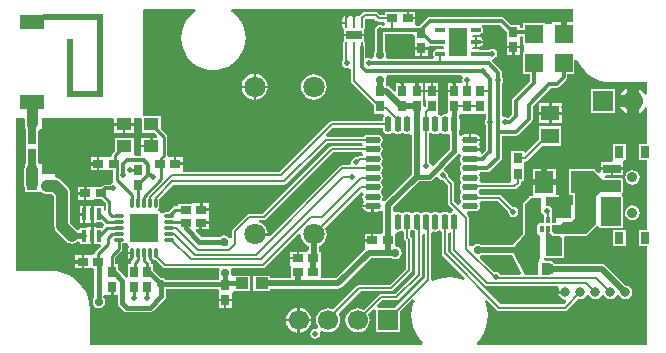
<source format=gtl>
%FSLAX24Y24*%
%MOIN*%
G70*
G01*
G75*
G04 Layer_Physical_Order=1*
G04 Layer_Color=255*
%ADD10R,0.0787X0.0492*%
%ADD11O,0.0098X0.0335*%
%ADD12R,0.0532X0.0256*%
%ADD13O,0.0354X0.0157*%
%ADD14R,0.0591X0.0945*%
%ADD15O,0.0354X0.0110*%
%ADD16O,0.0110X0.0354*%
%ADD17R,0.0945X0.0945*%
%ADD18R,0.0591X0.0748*%
%ADD19R,0.0591X0.0591*%
%ADD20R,0.0433X0.0394*%
%ADD21R,0.0276X0.0354*%
%ADD22R,0.0354X0.0276*%
%ADD23R,0.0118X0.0193*%
%ADD24R,0.0118X0.0205*%
%ADD25R,0.0512X0.0591*%
%ADD26C,0.0394*%
%ADD27R,0.0236X0.0394*%
%ADD28R,0.0591X0.0512*%
%ADD29O,0.0532X0.0217*%
%ADD30O,0.0217X0.0532*%
%ADD31R,0.0138X0.0394*%
%ADD32R,0.0512X0.0413*%
%ADD33R,0.0315X0.0394*%
%ADD34R,0.0591X0.0276*%
%ADD35C,0.0079*%
%ADD36C,0.0197*%
%ADD37C,0.0354*%
%ADD38C,0.0276*%
%ADD39C,0.0394*%
%ADD40C,0.0063*%
%ADD41C,0.0118*%
%ADD42C,0.0157*%
%ADD43C,0.0100*%
%ADD44R,0.0787X0.0492*%
%ADD45R,0.1811X0.0197*%
%ADD46R,0.0197X0.2589*%
%ADD47R,0.1004X0.0197*%
%ADD48R,0.0197X0.1969*%
%ADD49C,0.0669*%
%ADD50R,0.0669X0.0669*%
%ADD51C,0.0315*%
%ADD52C,0.0709*%
%ADD53C,0.0197*%
%ADD54C,0.0276*%
%ADD55C,0.0236*%
%ADD56C,0.0354*%
G36*
X11683Y-6240D02*
X11699Y-6275D01*
X11676Y-6310D01*
X11662Y-6378D01*
X11676Y-6446D01*
X11693Y-6472D01*
X11706Y-6558D01*
X11664Y-6620D01*
X11658Y-6654D01*
X11998D01*
Y-6693D01*
X12037D01*
Y-6884D01*
X12156D01*
X12228Y-6869D01*
X12272Y-6840D01*
X12335Y-6862D01*
X12351Y-6875D01*
Y-7007D01*
X12341Y-7057D01*
Y-7372D01*
X12351Y-7423D01*
Y-7563D01*
X12350Y-7566D01*
X12272Y-7623D01*
X12244Y-7618D01*
X12232D01*
X12182Y-7618D01*
X12028D01*
Y-7835D01*
X11988D01*
Y-7874D01*
X11732D01*
Y-8047D01*
X11732Y-8051D01*
X11732Y-8051D01*
X11750Y-8124D01*
X11750Y-8130D01*
X10777Y-9103D01*
X10342D01*
X10264Y-9102D01*
Y-8693D01*
X10264D01*
Y-8630D01*
X10264D01*
Y-8220D01*
X10208D01*
Y-8024D01*
X10252Y-8006D01*
X10340Y-7938D01*
X10407Y-7850D01*
X10450Y-7748D01*
X10464Y-7638D01*
X10450Y-7528D01*
X10407Y-7425D01*
X10406Y-7424D01*
X11603Y-6228D01*
X11683Y-6240D01*
D02*
G37*
G36*
X19675Y-5827D02*
X20276D01*
Y-6211D01*
X19596D01*
X19439Y-6368D01*
Y-7283D01*
X19114Y-7608D01*
X18071D01*
X17972Y-7510D01*
Y-7333D01*
X17992Y-7313D01*
X18258D01*
X18337Y-7234D01*
X18602D01*
X18750Y-7087D01*
Y-5787D01*
X18612Y-5650D01*
Y-5522D01*
X19370D01*
X19675Y-5827D01*
D02*
G37*
G36*
X15777Y-3792D02*
X15750Y-3833D01*
X15737Y-3898D01*
X15750Y-3962D01*
X15777Y-4003D01*
Y-4831D01*
X15676Y-4932D01*
X15669Y-4937D01*
X15659Y-4947D01*
X15631Y-4942D01*
X15616Y-4923D01*
X15584Y-4853D01*
X15586Y-4843D01*
X15246D01*
Y-4764D01*
X15586D01*
X15580Y-4730D01*
X15538Y-4668D01*
Y-4623D01*
X15580Y-4561D01*
X15586Y-4528D01*
X15246D01*
Y-4488D01*
X15207D01*
Y-4298D01*
X15089D01*
X15016Y-4312D01*
X14954Y-4353D01*
X14952Y-4356D01*
X14873Y-4333D01*
Y-4217D01*
X14889Y-4192D01*
X14903Y-4124D01*
Y-3809D01*
X14889Y-3741D01*
X14873Y-3716D01*
Y-3665D01*
X14929Y-3610D01*
X14953D01*
Y-3610D01*
X15362D01*
Y-3610D01*
X15386D01*
Y-3610D01*
X15777D01*
Y-3792D01*
D02*
G37*
G36*
X11668Y-4675D02*
X11645Y-4703D01*
X10630D01*
X10592Y-4710D01*
X10559Y-4732D01*
X8344Y-6947D01*
X7874D01*
X7836Y-6955D01*
X7803Y-6976D01*
X7331Y-7449D01*
X7309Y-7481D01*
X7301Y-7520D01*
Y-7744D01*
X7222Y-7768D01*
X7195Y-7726D01*
X7127Y-7681D01*
X7047Y-7665D01*
X6967Y-7681D01*
X6901Y-7725D01*
X6282D01*
X6096Y-7539D01*
X6128Y-7461D01*
X6240D01*
Y-7244D01*
X6280D01*
Y-7205D01*
X6535D01*
Y-7106D01*
X6535Y-7028D01*
Y-7028D01*
X6535Y-6949D01*
Y-6850D01*
X6280D01*
Y-6811D01*
X6240D01*
Y-6594D01*
X6086D01*
X6036Y-6594D01*
X6024D01*
X5950Y-6606D01*
X5945D01*
X5524D01*
Y-6692D01*
X5423D01*
X5378Y-6701D01*
X5339Y-6727D01*
X5163Y-6903D01*
X5085D01*
X5037Y-6913D01*
X5000Y-6937D01*
X4981Y-6933D01*
X4921Y-6911D01*
Y-6870D01*
X4881D01*
X4858Y-6811D01*
X4854Y-6791D01*
X4879Y-6754D01*
X4888Y-6707D01*
Y-6463D01*
X4884Y-6444D01*
X5354Y-5975D01*
X9055D01*
X9097Y-5966D01*
X9132Y-5943D01*
X10478Y-4597D01*
X11631D01*
X11668Y-4675D01*
D02*
G37*
G36*
X18830Y-1866D02*
X18936Y-2039D01*
X19067Y-2193D01*
X19221Y-2324D01*
X19394Y-2430D01*
X19581Y-2508D01*
X19778Y-2555D01*
X19980Y-2571D01*
Y-2569D01*
X19980Y-2569D01*
X21151D01*
Y-2964D01*
X21073Y-2980D01*
X21065Y-2961D01*
X20992Y-2866D01*
X20898Y-2793D01*
X20866Y-2780D01*
Y-3189D01*
Y-3598D01*
X20898Y-3584D01*
X20992Y-3512D01*
X21065Y-3417D01*
X21073Y-3398D01*
X21151Y-3414D01*
Y-4628D01*
X20868D01*
Y-5156D01*
X21151D01*
Y-7502D01*
X20868D01*
Y-8030D01*
X21151D01*
Y-11309D01*
X15492D01*
X15472Y-11256D01*
X15469Y-11230D01*
X15596Y-11082D01*
X15700Y-10912D01*
X15776Y-10728D01*
X15823Y-10534D01*
X15839Y-10335D01*
X15823Y-10136D01*
X15776Y-9942D01*
X15746Y-9869D01*
X15813Y-9825D01*
X16144Y-10155D01*
X16144Y-10155D01*
X16179Y-10179D01*
X16220Y-10187D01*
X16220Y-10187D01*
X18413D01*
X18455Y-10179D01*
X18490Y-10155D01*
X18862Y-9783D01*
X18925Y-9796D01*
X19013Y-9778D01*
X19087Y-9729D01*
X19134Y-9658D01*
X19159Y-9654D01*
X19192D01*
X19216Y-9658D01*
X19263Y-9729D01*
X19338Y-9778D01*
X19425Y-9796D01*
X19513Y-9778D01*
X19587Y-9729D01*
X19634Y-9658D01*
X19659Y-9654D01*
X19692D01*
X19716Y-9658D01*
X19763Y-9729D01*
X19838Y-9778D01*
X19925Y-9796D01*
X20013Y-9778D01*
X20087Y-9729D01*
X20134Y-9658D01*
X20159Y-9654D01*
X20192D01*
X20216Y-9658D01*
X20263Y-9729D01*
X20338Y-9778D01*
X20425Y-9796D01*
X20513Y-9778D01*
X20587Y-9729D01*
X20637Y-9654D01*
X20654Y-9567D01*
X20637Y-9479D01*
X20587Y-9405D01*
X20513Y-9356D01*
X20437Y-9341D01*
X19757Y-8660D01*
X19702Y-8624D01*
X19638Y-8611D01*
X18077D01*
X18062Y-8591D01*
X18007Y-8549D01*
X17943Y-8523D01*
X17941Y-8522D01*
Y-8516D01*
X17874Y-8513D01*
X17863Y-8515D01*
X17863Y-8515D01*
X17784Y-8516D01*
X17753D01*
X17710Y-8472D01*
X17700Y-8437D01*
X17708Y-8427D01*
X17748Y-8433D01*
D01*
X17776Y-8434D01*
X17776D01*
X17835D01*
X17841Y-8433D01*
X18394D01*
Y-8097D01*
X18395Y-8091D01*
Y-7776D01*
X18394Y-7769D01*
Y-7709D01*
X18459Y-7677D01*
X19114D01*
X19140Y-7671D01*
X19162Y-7657D01*
X19461Y-7358D01*
X19468Y-7357D01*
X19541Y-7378D01*
X19545Y-7382D01*
X19558Y-7401D01*
X19580Y-7415D01*
X19606Y-7421D01*
X20227D01*
X20266Y-7421D01*
X20283Y-7420D01*
X20305Y-7419D01*
X20305D01*
X20305D01*
Y-7419D01*
X20333D01*
X20334Y-7352D01*
X20334Y-7341D01*
D01*
X20334Y-6938D01*
X20335Y-6938D01*
X20339Y-6937D01*
X20339D01*
X20340Y-6937D01*
X20399Y-6931D01*
X20405Y-6931D01*
X20411Y-6930D01*
X20412Y-6930D01*
X20424Y-6985D01*
X20424Y-6986D01*
Y-6986D01*
X20430Y-7015D01*
X20483Y-7095D01*
X20564Y-7149D01*
X20659Y-7168D01*
X20755Y-7149D01*
X20835Y-7095D01*
X20889Y-7015D01*
X20908Y-6919D01*
X20889Y-6824D01*
X20835Y-6743D01*
X20755Y-6689D01*
X20659Y-6670D01*
X20564Y-6689D01*
X20483Y-6743D01*
X20430Y-6824D01*
X20423Y-6857D01*
Y-6857D01*
X20422Y-6860D01*
X20409Y-6914D01*
X20408Y-6913D01*
X20392Y-6913D01*
X20345Y-6910D01*
X20336Y-6907D01*
X20334Y-6896D01*
X20334Y-6539D01*
X20337Y-6526D01*
X20334Y-6512D01*
Y-6388D01*
X20329Y-6362D01*
X20320Y-6349D01*
X20315Y-6329D01*
X20324Y-6259D01*
X20324Y-6259D01*
X20339Y-6237D01*
X20344Y-6211D01*
Y-5827D01*
X20339Y-5801D01*
X20324Y-5779D01*
X20302Y-5764D01*
X20276Y-5759D01*
X19751D01*
X19737Y-5738D01*
X19778Y-5659D01*
X19931D01*
Y-5482D01*
X19596D01*
Y-5549D01*
X19524Y-5579D01*
X19418Y-5473D01*
X19396Y-5459D01*
X19370Y-5453D01*
X18612D01*
X18606Y-5455D01*
X18545D01*
Y-5515D01*
X18544Y-5522D01*
Y-5650D01*
X18545Y-5656D01*
Y-6337D01*
X18682D01*
Y-6585D01*
X18681Y-6663D01*
X18602D01*
Y-7096D01*
X18199D01*
X18189Y-7087D01*
X17972D01*
Y-6742D01*
X17923Y-6693D01*
X17795D01*
X17795Y-6398D01*
X18228Y-6398D01*
Y-6339D01*
X18100D01*
Y-5935D01*
X17352D01*
Y-6348D01*
X17285Y-6349D01*
X17283Y-6349D01*
X17277Y-6350D01*
X17274Y-6350D01*
X17217D01*
Y-6388D01*
X17019Y-6586D01*
X17004Y-6608D01*
X16999Y-6634D01*
X16999Y-7613D01*
X16695Y-7981D01*
X15628D01*
X15592Y-7957D01*
X15512Y-7941D01*
X15432Y-7957D01*
X15364Y-8002D01*
X15359Y-8010D01*
X15260Y-8029D01*
X15226Y-8004D01*
Y-7087D01*
X15218Y-7045D01*
X15195Y-7010D01*
X15135Y-6950D01*
X15168Y-6872D01*
X15404D01*
X15472Y-6858D01*
X15530Y-6819D01*
X15569Y-6761D01*
X15582Y-6693D01*
X15569Y-6625D01*
X15555Y-6604D01*
X15597Y-6526D01*
X16176D01*
X16527Y-6877D01*
X16524Y-6890D01*
X16537Y-6954D01*
X16574Y-7009D01*
X16628Y-7046D01*
X16693Y-7058D01*
X16757Y-7046D01*
X16812Y-7009D01*
X16849Y-6954D01*
X16862Y-6890D01*
X16849Y-6825D01*
X16812Y-6771D01*
X16757Y-6734D01*
X16693Y-6721D01*
X16680Y-6724D01*
X16297Y-6341D01*
X16262Y-6317D01*
X16220Y-6309D01*
X15568D01*
X15530Y-6252D01*
Y-6195D01*
X15582Y-6132D01*
X16722D01*
X16764Y-6124D01*
X16799Y-6100D01*
X16907Y-5992D01*
X16907Y-5992D01*
X16931Y-5957D01*
X16939Y-5915D01*
X16986Y-5854D01*
X17035D01*
Y-5421D01*
X17035Y-5366D01*
Y-5354D01*
Y-5343D01*
X17035Y-5287D01*
Y-5207D01*
X17077D01*
X17118Y-5199D01*
X17153Y-5175D01*
X17655Y-4673D01*
X18285D01*
Y-4028D01*
X17561D01*
Y-4461D01*
X17108Y-4914D01*
X17035Y-4884D01*
Y-4854D01*
X16626D01*
Y-5287D01*
X16626Y-5343D01*
Y-5354D01*
Y-5366D01*
X16626Y-5421D01*
Y-5854D01*
X16583Y-5915D01*
X15597D01*
X15555Y-5836D01*
X15569Y-5816D01*
X15582Y-5748D01*
X15569Y-5680D01*
X15542Y-5640D01*
X15565Y-5577D01*
X15577Y-5562D01*
X15827D01*
X15876Y-5552D01*
X15918Y-5524D01*
X16272Y-5170D01*
X16300Y-5128D01*
X16310Y-5079D01*
Y-4341D01*
X16791D01*
X16840Y-4331D01*
X16882Y-4303D01*
X17296Y-3890D01*
X17323Y-3848D01*
X17333Y-3799D01*
Y-3360D01*
X17947Y-2747D01*
X18130D01*
X18179Y-2737D01*
X18221Y-2709D01*
X18457Y-2473D01*
X18485Y-2431D01*
X18495Y-2382D01*
Y-2291D01*
X18728D01*
Y-1827D01*
X18807Y-1811D01*
X18830Y-1866D01*
D02*
G37*
G36*
X17894Y-7579D02*
X18012Y-7697D01*
X18248Y-7697D01*
X18327Y-7776D01*
Y-8091D01*
X18110D01*
X17835Y-8366D01*
X17776D01*
Y-7352D01*
X17894D01*
X17894Y-7579D01*
D02*
G37*
G36*
X1476Y-3740D02*
X3330Y-3740D01*
X3386Y-3796D01*
Y-3927D01*
X4055D01*
Y-3740D01*
X4247D01*
X4303Y-3796D01*
Y-4240D01*
X4731D01*
X4828Y-4337D01*
X4797Y-4409D01*
X4665D01*
Y-4695D01*
X4626D01*
Y-4734D01*
X4291D01*
Y-4980D01*
X4233Y-5029D01*
X4087D01*
X4043Y-4969D01*
Y-4421D01*
X3398D01*
Y-4849D01*
X3341Y-4906D01*
X3315Y-4945D01*
X3306Y-4990D01*
Y-5015D01*
X3250Y-5071D01*
X3189D01*
X3184D01*
X3110Y-5059D01*
X3098D01*
X3048Y-5059D01*
X2894D01*
Y-5276D01*
Y-5492D01*
X3048D01*
X3098Y-5492D01*
X3110D01*
X3184Y-5480D01*
X3189D01*
X3345D01*
Y-5827D01*
X3352Y-5859D01*
X3351Y-5862D01*
X3335Y-5900D01*
X3306Y-5942D01*
X3282Y-5947D01*
X3241Y-5974D01*
X3091D01*
X3041Y-5984D01*
X3000Y-6012D01*
X2956Y-6055D01*
X2756D01*
X2751D01*
X2677Y-6043D01*
X2665D01*
X2615Y-6043D01*
X2461D01*
Y-6260D01*
Y-6476D01*
X2615D01*
X2665Y-6476D01*
X2677D01*
X2751Y-6465D01*
X2756D01*
X2969D01*
X3109Y-6604D01*
Y-6813D01*
X3030Y-6857D01*
X3030Y-6856D01*
Y-6705D01*
X2785D01*
Y-6693D01*
X2677D01*
Y-6969D01*
Y-7244D01*
X2785D01*
Y-7232D01*
X2989D01*
X3025Y-7269D01*
X3057Y-7323D01*
X3025Y-7377D01*
X2989Y-7413D01*
X2785D01*
Y-7402D01*
X2677D01*
Y-7677D01*
Y-7953D01*
X2785D01*
Y-7941D01*
X2921D01*
X2953Y-8020D01*
X2770Y-8203D01*
X2744Y-8242D01*
X2735Y-8287D01*
X2730Y-8292D01*
X2721Y-8300D01*
X2656Y-8336D01*
X2598Y-8327D01*
X2586D01*
X2536Y-8327D01*
X2382D01*
Y-8543D01*
Y-8760D01*
X2536D01*
X2586Y-8760D01*
X2598D01*
X2647Y-8752D01*
X2713Y-8793D01*
X2725Y-8807D01*
Y-9736D01*
X2681Y-9802D01*
X2665Y-9882D01*
X2681Y-9962D01*
X2726Y-10029D01*
X2794Y-10075D01*
X2874Y-10091D01*
X2954Y-10075D01*
X3022Y-10029D01*
X3067Y-9962D01*
X3083Y-9882D01*
X3067Y-9802D01*
X3028Y-9745D01*
X3045Y-9663D01*
X3091Y-9646D01*
Y-9646D01*
X3268D01*
Y-9390D01*
X3346D01*
Y-9646D01*
X3513D01*
Y-9921D01*
X3513Y-9921D01*
X3524Y-9978D01*
X3556Y-10026D01*
X3714Y-10184D01*
X3714Y-10184D01*
X3762Y-10216D01*
X3819Y-10227D01*
X4567D01*
X4567Y-10227D01*
X4624Y-10216D01*
X4672Y-10184D01*
X5066Y-9790D01*
X5098Y-9742D01*
X5109Y-9685D01*
X5109Y-9685D01*
Y-9440D01*
X6823D01*
X6837Y-9452D01*
X6878Y-9519D01*
X6870Y-9567D01*
Y-9579D01*
X6870Y-9629D01*
Y-9783D01*
X7303D01*
Y-9629D01*
X7303Y-9593D01*
X7344Y-9548D01*
X7369Y-9535D01*
X7921D01*
Y-9008D01*
X7362D01*
X7286Y-8982D01*
X7295Y-8937D01*
X7279Y-8857D01*
X7268Y-8841D01*
X7310Y-8762D01*
X8346D01*
X8385Y-8754D01*
X8417Y-8732D01*
X9539Y-7611D01*
X9593Y-7630D01*
X9616Y-7646D01*
X9629Y-7748D01*
X9671Y-7850D01*
X9739Y-7938D01*
X9827Y-8006D01*
X9871Y-8024D01*
Y-8153D01*
X9869Y-8157D01*
X9792Y-8213D01*
X9764Y-8209D01*
X9752D01*
X9702Y-8209D01*
X9547D01*
Y-8425D01*
X9508D01*
Y-8465D01*
X9252D01*
Y-8619D01*
X9252Y-8641D01*
Y-8642D01*
X9264Y-8716D01*
Y-8720D01*
Y-9102D01*
X9185Y-9103D01*
X8591D01*
Y-9008D01*
X8024D01*
Y-9535D01*
X8591D01*
Y-9440D01*
X10846D01*
X10911Y-9427D01*
X10966Y-9391D01*
X11940Y-8417D01*
X12640D01*
X12676Y-8441D01*
X12756Y-8457D01*
X12836Y-8441D01*
X12903Y-8396D01*
X12949Y-8328D01*
X12965Y-8248D01*
X12949Y-8168D01*
X12903Y-8100D01*
X12836Y-8055D01*
X12818Y-8052D01*
X12756Y-8039D01*
X12744Y-7963D01*
Y-7630D01*
X12744D01*
X12743Y-7609D01*
X12819Y-7548D01*
X12835Y-7551D01*
X12903Y-7537D01*
X12939Y-7513D01*
X12967Y-7508D01*
X13041Y-7569D01*
Y-7746D01*
X13049Y-7788D01*
X13073Y-7823D01*
X13100Y-7850D01*
Y-8784D01*
X12573Y-9311D01*
X11551D01*
X11510Y-9319D01*
X11474Y-9343D01*
X10683Y-10134D01*
X10621Y-10109D01*
X10516Y-10095D01*
X10411Y-10109D01*
X10313Y-10149D01*
X10229Y-10214D01*
X10165Y-10297D01*
X10125Y-10395D01*
X10111Y-10500D01*
X10125Y-10605D01*
X10165Y-10703D01*
X10176Y-10717D01*
X10128Y-10784D01*
X10089Y-10776D01*
X10024Y-10789D01*
X9969Y-10826D01*
X9933Y-10880D01*
X9920Y-10945D01*
X9933Y-11009D01*
X9969Y-11064D01*
X10024Y-11101D01*
X10089Y-11113D01*
X10153Y-11101D01*
X10208Y-11064D01*
X10244Y-11009D01*
X10257Y-10945D01*
X10248Y-10900D01*
X10305Y-10853D01*
X10313Y-10850D01*
X10313Y-10851D01*
X10411Y-10891D01*
X10516Y-10905D01*
X10621Y-10891D01*
X10718Y-10851D01*
X10802Y-10786D01*
X10867Y-10703D01*
X10907Y-10605D01*
X10921Y-10500D01*
X10907Y-10395D01*
X10867Y-10297D01*
X10849Y-10275D01*
X11596Y-9528D01*
X12618D01*
X12660Y-9519D01*
X12695Y-9496D01*
X13285Y-8905D01*
X13285Y-8905D01*
X13309Y-8870D01*
X13317Y-8829D01*
Y-7805D01*
X13309Y-7764D01*
X13285Y-7728D01*
X13285Y-7728D01*
X13258Y-7701D01*
Y-7520D01*
X13287Y-7498D01*
X13338D01*
X13396Y-7537D01*
X13425Y-7543D01*
Y-8941D01*
X12750Y-9616D01*
X12276D01*
X12234Y-9624D01*
X12199Y-9648D01*
X12199Y-9648D01*
X11699Y-10148D01*
X11605Y-10109D01*
X11500Y-10095D01*
X11395Y-10109D01*
X11297Y-10149D01*
X11214Y-10214D01*
X11149Y-10297D01*
X11109Y-10395D01*
X11095Y-10500D01*
X11109Y-10605D01*
X11149Y-10703D01*
X11214Y-10786D01*
X11297Y-10851D01*
X11395Y-10891D01*
X11500Y-10905D01*
X11605Y-10891D01*
X11703Y-10851D01*
X11786Y-10786D01*
X11851Y-10703D01*
X11891Y-10605D01*
X11905Y-10500D01*
X11891Y-10395D01*
X11852Y-10301D01*
X12020Y-10134D01*
X12098Y-10166D01*
Y-10902D01*
X12902D01*
Y-10232D01*
X13329Y-9804D01*
X13396Y-9849D01*
X13358Y-9942D01*
X13311Y-10136D01*
X13295Y-10335D01*
X13311Y-10534D01*
X13358Y-10728D01*
X13434Y-10912D01*
X13538Y-11082D01*
X13665Y-11230D01*
X13661Y-11256D01*
X13642Y-11309D01*
X2569D01*
Y-10138D01*
X2571D01*
X2555Y-9936D01*
X2508Y-9739D01*
X2430Y-9552D01*
X2324Y-9379D01*
X2193Y-9225D01*
X2039Y-9093D01*
X1866Y-8987D01*
X1679Y-8910D01*
X1482Y-8862D01*
X1280Y-8846D01*
Y-8848D01*
X1279Y-8848D01*
X108D01*
Y-3740D01*
X345D01*
X401Y-3796D01*
Y-3937D01*
X406Y-3961D01*
Y-4122D01*
X441D01*
Y-4449D01*
X445Y-4469D01*
Y-4693D01*
X445D01*
Y-4717D01*
X445D01*
Y-4940D01*
X441Y-4961D01*
Y-5287D01*
X406D01*
Y-5392D01*
X393Y-5423D01*
X384Y-5492D01*
Y-5965D01*
X393Y-6033D01*
X406Y-6065D01*
Y-6228D01*
X632D01*
X650Y-6231D01*
X650D01*
X667Y-6228D01*
X894D01*
X894Y-6228D01*
X894D01*
X914D01*
X917Y-6228D01*
X940Y-6228D01*
X972Y-6228D01*
X980Y-6232D01*
X1028Y-6254D01*
X1039Y-6258D01*
X1093Y-6281D01*
X1161Y-6290D01*
X1307D01*
X1387Y-6370D01*
Y-7362D01*
X1397Y-7431D01*
X1423Y-7495D01*
X1465Y-7550D01*
X1780Y-7865D01*
X1835Y-7908D01*
X1900Y-7934D01*
X1969Y-7943D01*
X2037Y-7934D01*
X2102Y-7908D01*
X2157Y-7865D01*
X2232Y-7892D01*
X2246Y-7906D01*
Y-7941D01*
X2490D01*
Y-7953D01*
X2598D01*
Y-7677D01*
Y-7402D01*
X2490D01*
Y-7413D01*
X2246D01*
Y-7449D01*
X2232Y-7463D01*
X2157Y-7489D01*
X1920Y-7252D01*
Y-6260D01*
X1911Y-6191D01*
X1884Y-6127D01*
X1842Y-6072D01*
X1605Y-5835D01*
X1550Y-5793D01*
X1486Y-5767D01*
X1472Y-5765D01*
X1417Y-5709D01*
X1417D01*
Y-5630D01*
X984D01*
Y-5276D01*
X906D01*
X858Y-5216D01*
Y-4961D01*
X854Y-4940D01*
Y-4717D01*
X854D01*
Y-4693D01*
X854D01*
Y-4469D01*
X858Y-4449D01*
Y-4193D01*
X906Y-4134D01*
X965D01*
Y-3740D01*
X1476D01*
Y-3740D01*
D02*
G37*
G36*
X16488Y-882D02*
Y-1063D01*
Y-1068D01*
X16476Y-1142D01*
Y-1154D01*
X16476Y-1204D01*
Y-1358D01*
X16909D01*
Y-1204D01*
X16909Y-1154D01*
Y-1142D01*
X16902Y-1093D01*
X16942Y-1027D01*
X17020Y-1050D01*
Y-1307D01*
X17047D01*
Y-1567D01*
X17020D01*
Y-2291D01*
X17257D01*
Y-2522D01*
X16681Y-3098D01*
X16653Y-3140D01*
X16643Y-3189D01*
Y-3648D01*
X16522Y-3769D01*
X16482Y-3742D01*
X16417Y-3729D01*
X16388Y-3735D01*
X16310Y-3683D01*
Y-2586D01*
X16337Y-2545D01*
X16350Y-2480D01*
X16337Y-2416D01*
X16310Y-2375D01*
Y-2244D01*
X16300Y-2195D01*
X16272Y-2153D01*
X15977Y-1858D01*
X15979Y-1842D01*
X16003Y-1781D01*
X16005Y-1779D01*
X16049Y-1770D01*
X16103Y-1733D01*
X16140Y-1679D01*
X16153Y-1614D01*
X16140Y-1550D01*
X16103Y-1495D01*
X16049Y-1458D01*
X15984Y-1446D01*
X15920Y-1458D01*
X15879Y-1486D01*
X15605D01*
X15592Y-1477D01*
X15535Y-1466D01*
X15339D01*
X15305Y-1424D01*
X15308Y-1420D01*
X15362Y-1381D01*
X15398D01*
Y-1220D01*
Y-1060D01*
X15362D01*
X15308Y-1021D01*
X15305Y-1017D01*
X15339Y-975D01*
X15535D01*
X15592Y-964D01*
X15640Y-932D01*
X15673Y-884D01*
X15684Y-827D01*
X15673Y-770D01*
X15640Y-722D01*
X15636Y-719D01*
X15660Y-640D01*
X16246D01*
X16488Y-882D01*
D02*
G37*
G36*
X14899Y-4964D02*
X14919Y-4970D01*
X14940Y-5025D01*
X14924Y-5050D01*
X14910Y-5118D01*
X14924Y-5186D01*
X14962Y-5244D01*
Y-5307D01*
X14924Y-5365D01*
X14910Y-5433D01*
X14924Y-5501D01*
X14962Y-5559D01*
Y-5622D01*
X14924Y-5680D01*
X14910Y-5748D01*
X14924Y-5816D01*
X14962Y-5874D01*
Y-5937D01*
X14924Y-5995D01*
X14910Y-6063D01*
X14924Y-6131D01*
X14962Y-6189D01*
Y-6252D01*
X14924Y-6310D01*
X14910Y-6378D01*
X14924Y-6446D01*
X14962Y-6504D01*
Y-6567D01*
X14924Y-6625D01*
X14923Y-6627D01*
X14838Y-6653D01*
X14715Y-6530D01*
Y-5945D01*
X14706Y-5903D01*
X14683Y-5868D01*
X14497Y-5682D01*
X14499Y-5669D01*
X14486Y-5605D01*
X14450Y-5550D01*
X14401Y-5517D01*
X14394Y-5509D01*
X14377Y-5430D01*
X14829Y-4977D01*
X14829Y-4977D01*
X14840Y-4961D01*
X14899Y-4964D01*
D02*
G37*
G36*
X12341Y-4124D02*
X12355Y-4192D01*
X12393Y-4250D01*
X12451Y-4289D01*
X12520Y-4303D01*
X12588Y-4289D01*
X12646Y-4250D01*
X12708D01*
X12766Y-4289D01*
X12835Y-4303D01*
X12903Y-4289D01*
X12961Y-4250D01*
X13023D01*
X13081Y-4289D01*
X13150Y-4303D01*
X13218Y-4289D01*
X13296Y-4332D01*
Y-5639D01*
X12428Y-6507D01*
X12341Y-6514D01*
X12323Y-6508D01*
X12301Y-6485D01*
X12303Y-6472D01*
X12321Y-6446D01*
X12334Y-6378D01*
X12321Y-6310D01*
X12282Y-6252D01*
Y-6189D01*
X12321Y-6131D01*
X12334Y-6063D01*
X12321Y-5995D01*
X12282Y-5937D01*
Y-5874D01*
X12321Y-5816D01*
X12334Y-5748D01*
X12321Y-5680D01*
X12297Y-5644D01*
X12287Y-5591D01*
X12297Y-5537D01*
X12321Y-5501D01*
X12334Y-5433D01*
X12321Y-5365D01*
X12297Y-5329D01*
X12287Y-5276D01*
X12297Y-5222D01*
X12321Y-5186D01*
X12334Y-5118D01*
X12321Y-5050D01*
X12282Y-4992D01*
Y-4929D01*
X12321Y-4872D01*
X12334Y-4803D01*
X12321Y-4735D01*
X12282Y-4677D01*
Y-4615D01*
X12321Y-4557D01*
X12334Y-4488D01*
X12321Y-4420D01*
X12282Y-4362D01*
X12224Y-4323D01*
X12156Y-4310D01*
X11841D01*
X11772Y-4323D01*
X11714Y-4362D01*
X11702Y-4380D01*
X10491D01*
X10459Y-4301D01*
X10685Y-4075D01*
X12341D01*
Y-4124D01*
D02*
G37*
G36*
X14171Y-5733D02*
X14179Y-5739D01*
X14211Y-5788D01*
X14266Y-5825D01*
X14331Y-5838D01*
X14343Y-5835D01*
X14498Y-5990D01*
Y-6575D01*
X14506Y-6616D01*
X14530Y-6651D01*
X14684Y-6806D01*
X14658Y-6892D01*
X14656Y-6892D01*
X14598Y-6931D01*
X14536D01*
X14478Y-6892D01*
X14409Y-6878D01*
X14341Y-6892D01*
X14283Y-6931D01*
X14221D01*
X14163Y-6892D01*
X14094Y-6878D01*
X14026Y-6892D01*
X13968Y-6931D01*
X13906D01*
X13848Y-6892D01*
X13780Y-6878D01*
X13711Y-6892D01*
X13653Y-6931D01*
X13591D01*
X13533Y-6892D01*
X13465Y-6878D01*
X13396Y-6892D01*
X13338Y-6931D01*
X13276D01*
X13218Y-6892D01*
X13150Y-6878D01*
X13081Y-6892D01*
X13023Y-6931D01*
X12961D01*
X12903Y-6892D01*
X12835Y-6878D01*
X12766Y-6892D01*
X12688Y-6849D01*
Y-6723D01*
X13554Y-5857D01*
X13888D01*
X13888Y-5857D01*
X13945Y-5846D01*
X13993Y-5814D01*
X14091Y-5715D01*
X14171Y-5733D01*
D02*
G37*
G36*
X11680Y-4982D02*
X11646Y-5018D01*
X11575D01*
X11536Y-5025D01*
X11504Y-5047D01*
X11479Y-5072D01*
X11457Y-5068D01*
X11392Y-5080D01*
X11337Y-5117D01*
X11301Y-5172D01*
X11288Y-5236D01*
X11292Y-5254D01*
X11235Y-5333D01*
X10984D01*
X10946Y-5340D01*
X10913Y-5362D01*
X8579Y-7696D01*
X8541Y-7677D01*
X8071D01*
Y-7598D01*
X8502D01*
X8493Y-7525D01*
X8449Y-7419D01*
X8380Y-7329D01*
X8289Y-7260D01*
X8209Y-7226D01*
X8225Y-7148D01*
X8386D01*
X8424Y-7140D01*
X8457Y-7118D01*
X10671Y-4904D01*
X11646D01*
X11680Y-4982D01*
D02*
G37*
G36*
X14301Y-7565D02*
Y-8268D01*
X14309Y-8309D01*
X14333Y-8344D01*
X15077Y-9089D01*
X15032Y-9155D01*
X14960Y-9125D01*
X14766Y-9079D01*
X14567Y-9063D01*
X14368Y-9079D01*
X14174Y-9125D01*
X14018Y-9190D01*
X13954Y-9147D01*
X13947Y-9135D01*
Y-7579D01*
X14026Y-7537D01*
X14026Y-7537D01*
X14094Y-7551D01*
X14163Y-7537D01*
X14221Y-7498D01*
X14231D01*
X14301Y-7565D01*
D02*
G37*
G36*
X20266Y-7352D02*
X19606D01*
X19606Y-6388D01*
X20266D01*
X20266Y-7352D01*
D02*
G37*
G36*
X14341Y-4289D02*
X14409Y-4303D01*
X14478Y-4289D01*
X14497Y-4276D01*
X14576Y-4318D01*
Y-4811D01*
X14022Y-5364D01*
X13942Y-5333D01*
X13935Y-5300D01*
X13899Y-5245D01*
X13888Y-5238D01*
Y-4272D01*
X13904Y-4260D01*
X13968Y-4250D01*
X14026Y-4289D01*
X14094Y-4303D01*
X14163Y-4289D01*
X14221Y-4250D01*
X14283D01*
X14341Y-4289D01*
D02*
G37*
G36*
X18691Y-571D02*
X17992D01*
Y-610D01*
X17744D01*
Y-583D01*
X17020D01*
Y-757D01*
X16898D01*
Y-642D01*
X16611D01*
X16390Y-421D01*
X16348Y-393D01*
X16299Y-383D01*
X13898D01*
X13848Y-393D01*
X13835Y-402D01*
X13807Y-421D01*
X13547Y-681D01*
X13491D01*
X13425Y-650D01*
X13425Y-617D01*
Y-602D01*
Y-472D01*
X13169D01*
Y-433D01*
X13130D01*
Y-217D01*
X12975D01*
X12925Y-217D01*
X12913D01*
X12840Y-228D01*
X12835D01*
X12413D01*
Y-325D01*
X12250D01*
X12183Y-258D01*
X12148Y-235D01*
X12106Y-226D01*
X11732D01*
X11732Y-226D01*
X11691Y-235D01*
X11656Y-258D01*
X11557Y-356D01*
X11556Y-359D01*
X11483Y-370D01*
X11466Y-369D01*
X11463Y-367D01*
X11428Y-344D01*
X11417Y-342D01*
Y-583D01*
X11339D01*
Y-342D01*
X11328Y-344D01*
X11286Y-372D01*
X11214D01*
X11172Y-344D01*
X11161Y-342D01*
Y-583D01*
X11122D01*
Y-622D01*
X10992D01*
Y-701D01*
X11002Y-751D01*
X11030Y-793D01*
X11033Y-795D01*
Y-945D01*
X11722D01*
Y-778D01*
X11722Y-778D01*
X11722D01*
X11736Y-757D01*
X11743Y-746D01*
X11750Y-710D01*
X11750Y-710D01*
X11751Y-709D01*
X11752Y-701D01*
Y-468D01*
X11777Y-443D01*
X12061D01*
X12128Y-510D01*
X12128Y-510D01*
X12163Y-533D01*
X12205Y-541D01*
X12205Y-541D01*
X12358D01*
X12413Y-597D01*
Y-638D01*
X12369Y-698D01*
X12349D01*
X12309Y-671D01*
X12244Y-658D01*
X12180Y-671D01*
X12125Y-708D01*
X12088Y-762D01*
X12076Y-827D01*
Y-1537D01*
X12051Y-1574D01*
X12035Y-1654D01*
X12049Y-1722D01*
X12042Y-1739D01*
X11954Y-1773D01*
X11890Y-1761D01*
X11841Y-1770D01*
X11786Y-1741D01*
X11762Y-1721D01*
Y-1386D01*
X11753Y-1337D01*
X11752Y-1336D01*
Y-1268D01*
X11752Y-1264D01*
X11750Y-1258D01*
X11750Y-1258D01*
X11743Y-1222D01*
X11723Y-1192D01*
Y-1192D01*
X11722Y-1119D01*
Y-1117D01*
Y-1024D01*
X11033D01*
Y-1191D01*
X11033Y-1191D01*
X11033D01*
X11020Y-1212D01*
X11013Y-1222D01*
X11006Y-1258D01*
X11006Y-1258D01*
X11005Y-1259D01*
X11004Y-1268D01*
Y-1504D01*
X11013Y-1549D01*
X11014Y-1551D01*
Y-1823D01*
X10986Y-1865D01*
X10973Y-1929D01*
X10986Y-1994D01*
X11023Y-2048D01*
X11077Y-2085D01*
X11142Y-2098D01*
X11191Y-2088D01*
X11245Y-2117D01*
X11270Y-2137D01*
Y-2510D01*
X11278Y-2551D01*
X11301Y-2586D01*
X12039Y-3325D01*
Y-3610D01*
X12360D01*
X12382Y-3658D01*
X12389Y-3689D01*
X12355Y-3741D01*
X12341Y-3809D01*
Y-3858D01*
X10640D01*
X10640Y-3858D01*
X10598Y-3866D01*
X10563Y-3890D01*
X10563Y-3890D01*
X8892Y-5561D01*
X5693D01*
X5669Y-5492D01*
X5669Y-5482D01*
Y-5315D01*
X5413D01*
Y-5276D01*
X5374D01*
Y-5059D01*
X5231D01*
X5159Y-5020D01*
X5159Y-5020D01*
X5159Y-4984D01*
Y-4980D01*
Y-4380D01*
X5150Y-4334D01*
X5124Y-4296D01*
X4949Y-4121D01*
Y-3693D01*
X4331D01*
X4331Y-164D01*
X4386Y-108D01*
X6083D01*
X6105Y-187D01*
X6062Y-214D01*
X5933Y-323D01*
X5824Y-451D01*
X5736Y-595D01*
X5671Y-751D01*
X5632Y-915D01*
X5619Y-1083D01*
X5632Y-1251D01*
X5671Y-1415D01*
X5736Y-1570D01*
X5824Y-1714D01*
X5933Y-1842D01*
X6062Y-1952D01*
X6205Y-2040D01*
X6361Y-2104D01*
X6525Y-2144D01*
X6693Y-2157D01*
X6861Y-2144D01*
X7025Y-2104D01*
X7181Y-2040D01*
X7324Y-1952D01*
X7452Y-1842D01*
X7562Y-1714D01*
X7650Y-1570D01*
X7715Y-1415D01*
X7754Y-1251D01*
X7767Y-1083D01*
X7754Y-915D01*
X7715Y-751D01*
X7650Y-595D01*
X7562Y-451D01*
X7452Y-323D01*
X7324Y-214D01*
X7281Y-187D01*
X7303Y-108D01*
X18691D01*
Y-571D01*
D02*
G37*
G36*
X15004Y-2412D02*
X15002Y-2416D01*
X14989Y-2480D01*
X14999Y-2531D01*
X14970Y-2587D01*
X14959Y-2601D01*
X14941Y-2598D01*
X14929D01*
X14879Y-2598D01*
X14764D01*
Y-2854D01*
X14724D01*
Y-2894D01*
X14508D01*
Y-3048D01*
X14508Y-3098D01*
Y-3110D01*
X14520Y-3184D01*
Y-3189D01*
Y-3578D01*
X14511Y-3591D01*
X14453Y-3639D01*
X14409Y-3630D01*
X14341Y-3644D01*
X14284Y-3682D01*
X14223Y-3670D01*
X14181Y-3610D01*
Y-3610D01*
X14181Y-3610D01*
X14181Y-3610D01*
Y-3189D01*
Y-3184D01*
X14193Y-3110D01*
Y-3098D01*
X14193Y-3048D01*
Y-2894D01*
X13760D01*
Y-3048D01*
X13760Y-3098D01*
Y-3110D01*
X13772Y-3184D01*
Y-3189D01*
Y-3366D01*
X13748Y-3382D01*
X13669Y-3340D01*
Y-3189D01*
Y-3184D01*
X13681Y-3110D01*
Y-3098D01*
X13681Y-3048D01*
Y-2894D01*
X13465D01*
Y-2854D01*
X13425D01*
Y-2598D01*
X13287D01*
X13248Y-2598D01*
X13228D01*
X13209D01*
X13169Y-2598D01*
X13032D01*
Y-2854D01*
X12953D01*
Y-2598D01*
X12776D01*
Y-2845D01*
X12703Y-2875D01*
X12563Y-2735D01*
X12508Y-2699D01*
X12449Y-2687D01*
Y-2610D01*
X12449Y-2610D01*
X12443Y-2531D01*
X12453Y-2480D01*
X12439Y-2412D01*
X12468Y-2343D01*
X12473Y-2333D01*
X14962D01*
X15004Y-2412D01*
D02*
G37*
G36*
X4716Y-8495D02*
X4764Y-8504D01*
X4777Y-8502D01*
X4850Y-8575D01*
X4859Y-8581D01*
X4963Y-8685D01*
X4968Y-8693D01*
X5008Y-8732D01*
X5040Y-8754D01*
X5079Y-8762D01*
X6863D01*
X6905Y-8841D01*
X6894Y-8857D01*
X6878Y-8937D01*
X6888Y-8988D01*
X6888Y-8989D01*
X6882Y-9067D01*
Y-9067D01*
X6875Y-9143D01*
X5107D01*
X5041Y-9098D01*
X4962Y-9083D01*
X4693Y-8814D01*
Y-8634D01*
X4630D01*
X4617Y-8594D01*
X4661Y-8511D01*
X4715Y-8494D01*
X4716Y-8495D01*
D02*
G37*
G36*
X13417Y-1011D02*
Y-1107D01*
X13406Y-1181D01*
X13406Y-1181D01*
X13406D01*
Y-1398D01*
X13841D01*
X13850Y-1387D01*
X13917Y-1345D01*
X13937Y-1349D01*
X14080D01*
X14093Y-1358D01*
X14150Y-1369D01*
X14346D01*
X14353Y-1368D01*
X14409Y-1417D01*
X14353Y-1467D01*
X14346Y-1466D01*
X14150D01*
X14093Y-1477D01*
X14045Y-1509D01*
X14012Y-1557D01*
X14001Y-1614D01*
X14012Y-1671D01*
X14045Y-1719D01*
X14049Y-1722D01*
X14025Y-1801D01*
X12473D01*
X12468Y-1791D01*
X12439Y-1722D01*
X12453Y-1654D01*
X12437Y-1574D01*
X12413Y-1537D01*
Y-955D01*
X13362D01*
X13417Y-1011D01*
D02*
G37*
G36*
X13730Y-7620D02*
Y-9097D01*
X12729Y-10098D01*
X12166D01*
X12134Y-10020D01*
X12320Y-9833D01*
X12795D01*
X12836Y-9825D01*
X12871Y-9801D01*
X13610Y-9062D01*
X13634Y-9027D01*
X13642Y-8986D01*
Y-7663D01*
X13721Y-7615D01*
X13730Y-7620D01*
D02*
G37*
G36*
X14616Y-7565D02*
Y-8159D01*
X14624Y-8201D01*
X14648Y-8236D01*
X15748Y-9336D01*
X15783Y-9360D01*
X15825Y-9368D01*
X15825Y-9368D01*
X18179D01*
X18221Y-9447D01*
X18203Y-9475D01*
X18192Y-9528D01*
X18425D01*
Y-9606D01*
X18192D01*
X18203Y-9659D01*
X18255Y-9737D01*
X18333Y-9789D01*
X18421Y-9807D01*
X18433Y-9825D01*
X18457Y-9882D01*
X18368Y-9970D01*
X16265D01*
X14518Y-8223D01*
Y-7580D01*
X14597Y-7546D01*
X14616Y-7565D01*
D02*
G37*
G36*
X3760Y-7909D02*
X3819Y-7932D01*
Y-7972D01*
X3838D01*
X3859Y-8005D01*
X3872Y-8051D01*
X3850Y-8084D01*
X3840Y-8136D01*
Y-8219D01*
X3976D01*
Y-8297D01*
X3840D01*
Y-8380D01*
X3850Y-8432D01*
X3866Y-8456D01*
X3880Y-8476D01*
X3924Y-8506D01*
X3924Y-8506D01*
X3924Y-8506D01*
X3936Y-8519D01*
X3939Y-8615D01*
X3918Y-8634D01*
X3850D01*
Y-9052D01*
X3772Y-9076D01*
X3766Y-9068D01*
X3766Y-9068D01*
X3512Y-8814D01*
Y-8634D01*
X3426D01*
Y-8396D01*
X3618Y-8204D01*
X3644Y-8166D01*
X3653Y-8120D01*
Y-7939D01*
X3656D01*
X3703Y-7930D01*
X3740Y-7905D01*
X3760Y-7909D01*
D02*
G37*
G36*
X16961Y-8919D02*
X16920Y-8986D01*
X16255D01*
X16222Y-8936D01*
X16167Y-8899D01*
X16102Y-8887D01*
X16057Y-8896D01*
X15580Y-8419D01*
X15606Y-8333D01*
X15628Y-8318D01*
X16653D01*
X16961Y-8919D01*
D02*
G37*
G36*
X17628Y-6919D02*
X17697Y-6988D01*
Y-7244D01*
X17579D01*
X17490Y-7333D01*
Y-7589D01*
X17579Y-7677D01*
Y-8425D01*
X17520Y-8583D01*
Y-8868D01*
X17520Y-8975D01*
X17067Y-8976D01*
X16644Y-8150D01*
X17067Y-7638D01*
X17067Y-6634D01*
X17283Y-6417D01*
X17628Y-6417D01*
Y-6919D01*
D02*
G37*
%LPC*%
G36*
X11959Y-6732D02*
X11658D01*
X11664Y-6766D01*
X11706Y-6828D01*
X11768Y-6869D01*
X11841Y-6884D01*
X11959D01*
Y-6732D01*
D02*
G37*
G36*
X20659Y-5489D02*
X20564Y-5508D01*
X20483Y-5562D01*
X20430Y-5643D01*
X20411Y-5738D01*
X20430Y-5833D01*
X20483Y-5914D01*
X20564Y-5968D01*
X20659Y-5987D01*
X20755Y-5968D01*
X20835Y-5914D01*
X20889Y-5833D01*
X20908Y-5738D01*
X20889Y-5643D01*
X20835Y-5562D01*
X20755Y-5508D01*
X20659Y-5489D01*
D02*
G37*
G36*
X2343Y-6693D02*
X2234D01*
Y-6929D01*
X2343D01*
Y-6693D01*
D02*
G37*
G36*
X9492Y-10539D02*
X9120D01*
X9129Y-10608D01*
X9170Y-10708D01*
X9237Y-10795D01*
X9323Y-10861D01*
X9424Y-10903D01*
X9492Y-10912D01*
Y-10539D01*
D02*
G37*
G36*
X9571Y-10088D02*
Y-10461D01*
X9943D01*
X9934Y-10392D01*
X9893Y-10292D01*
X9826Y-10205D01*
X9740Y-10139D01*
X9639Y-10097D01*
X9571Y-10088D01*
D02*
G37*
G36*
X2382Y-6299D02*
X2165D01*
Y-6476D01*
X2382D01*
Y-6299D01*
D02*
G37*
G36*
X9943Y-10539D02*
X9571D01*
Y-10912D01*
X9639Y-10903D01*
X9740Y-10861D01*
X9826Y-10795D01*
X9893Y-10708D01*
X9934Y-10608D01*
X9943Y-10539D01*
D02*
G37*
G36*
X2382Y-6043D02*
X2165D01*
Y-6220D01*
X2382D01*
Y-6043D01*
D02*
G37*
G36*
X6319Y-6594D02*
Y-6772D01*
X6535D01*
Y-6594D01*
X6319D01*
D02*
G37*
G36*
X9492Y-10088D02*
X9424Y-10097D01*
X9323Y-10139D01*
X9237Y-10205D01*
X9170Y-10292D01*
X9129Y-10392D01*
X9120Y-10461D01*
X9492D01*
Y-10088D01*
D02*
G37*
G36*
X20451Y-7502D02*
X20002D01*
Y-8030D01*
X20451D01*
Y-7502D01*
D02*
G37*
G36*
X11949Y-7618D02*
X11732D01*
Y-7795D01*
X11949D01*
Y-7618D01*
D02*
G37*
G36*
X9469Y-8209D02*
X9252D01*
Y-8386D01*
X9469D01*
Y-8209D01*
D02*
G37*
G36*
X2303Y-8583D02*
X2087D01*
Y-8760D01*
X2303D01*
Y-8583D01*
D02*
G37*
G36*
Y-8327D02*
X2087D01*
Y-8504D01*
X2303D01*
Y-8327D01*
D02*
G37*
G36*
X2343Y-7008D02*
X2234D01*
Y-7244D01*
X2343D01*
Y-7008D01*
D02*
G37*
G36*
X2598Y-6693D02*
X2421D01*
Y-6969D01*
Y-7244D01*
X2598D01*
Y-6969D01*
Y-6693D01*
D02*
G37*
G36*
X6535Y-7283D02*
X6319D01*
Y-7461D01*
X6535D01*
Y-7283D01*
D02*
G37*
G36*
X7303Y-9862D02*
X7126D01*
Y-10079D01*
X7303D01*
Y-9862D01*
D02*
G37*
G36*
X7047D02*
X6870D01*
Y-10079D01*
X7047D01*
Y-9862D01*
D02*
G37*
G36*
X14193Y-2598D02*
X14016D01*
Y-2815D01*
X14193D01*
Y-2598D01*
D02*
G37*
G36*
X13937D02*
X13760D01*
Y-2815D01*
X13937D01*
Y-2598D01*
D02*
G37*
G36*
X8031Y-2285D02*
X7958Y-2295D01*
X7852Y-2338D01*
X7762Y-2408D01*
X7693Y-2498D01*
X7649Y-2603D01*
X7639Y-2677D01*
X8031D01*
Y-2285D01*
D02*
G37*
G36*
X14685Y-2598D02*
X14508D01*
Y-2815D01*
X14685D01*
Y-2598D01*
D02*
G37*
G36*
X10039Y-2292D02*
X9929Y-2306D01*
X9827Y-2349D01*
X9739Y-2416D01*
X9671Y-2504D01*
X9629Y-2607D01*
X9614Y-2717D01*
X9629Y-2827D01*
X9671Y-2929D01*
X9739Y-3017D01*
X9827Y-3085D01*
X9929Y-3127D01*
X10039Y-3141D01*
X10149Y-3127D01*
X10252Y-3085D01*
X10340Y-3017D01*
X10407Y-2929D01*
X10450Y-2827D01*
X10464Y-2717D01*
X10450Y-2607D01*
X10407Y-2504D01*
X10340Y-2416D01*
X10252Y-2349D01*
X10149Y-2306D01*
X10039Y-2292D01*
D02*
G37*
G36*
X8502Y-2756D02*
X8110D01*
Y-3148D01*
X8184Y-3138D01*
X8289Y-3095D01*
X8380Y-3025D01*
X8449Y-2935D01*
X8493Y-2830D01*
X8502Y-2756D01*
D02*
G37*
G36*
X13504Y-2598D02*
Y-2815D01*
X13681D01*
Y-2598D01*
X13504D01*
D02*
G37*
G36*
X20472Y-2780D02*
X20441Y-2793D01*
X20346Y-2866D01*
X20274Y-2961D01*
X20261Y-2992D01*
X20472D01*
Y-2780D01*
D02*
G37*
G36*
X8110Y-2285D02*
Y-2677D01*
X8502D01*
X8493Y-2603D01*
X8449Y-2498D01*
X8380Y-2408D01*
X8289Y-2338D01*
X8184Y-2295D01*
X8110Y-2285D01*
D02*
G37*
G36*
X15535Y-1060D02*
X15476D01*
Y-1181D01*
X15688D01*
X15684Y-1159D01*
X15649Y-1107D01*
X15597Y-1072D01*
X15535Y-1060D01*
D02*
G37*
G36*
X15688Y-1260D02*
X15476D01*
Y-1381D01*
X15535D01*
X15597Y-1369D01*
X15649Y-1334D01*
X15684Y-1282D01*
X15688Y-1260D01*
D02*
G37*
G36*
X13209Y-217D02*
Y-394D01*
X13425D01*
Y-217D01*
X13209D01*
D02*
G37*
G36*
X11083Y-342D02*
X11072Y-344D01*
X11030Y-372D01*
X11002Y-415D01*
X10992Y-465D01*
Y-543D01*
X11083D01*
Y-342D01*
D02*
G37*
G36*
X13839Y-1476D02*
X13661D01*
Y-1693D01*
X13839D01*
Y-1476D01*
D02*
G37*
G36*
X13583D02*
X13406D01*
Y-1693D01*
X13583D01*
Y-1476D01*
D02*
G37*
G36*
X16909Y-1437D02*
X16732D01*
Y-1654D01*
X16909D01*
Y-1437D01*
D02*
G37*
G36*
X16654D02*
X16476D01*
Y-1654D01*
X16654D01*
Y-1437D01*
D02*
G37*
G36*
X8031Y-2756D02*
X7639D01*
X7649Y-2830D01*
X7693Y-2935D01*
X7762Y-3025D01*
X7852Y-3095D01*
X7958Y-3138D01*
X8031Y-3148D01*
Y-2756D01*
D02*
G37*
G36*
X2815Y-5059D02*
X2598D01*
Y-5236D01*
X2815D01*
Y-5059D01*
D02*
G37*
G36*
X20451Y-4628D02*
X20002D01*
Y-5148D01*
X20002Y-5156D01*
X19983Y-5226D01*
X19596D01*
Y-5404D01*
X20344D01*
Y-5234D01*
X20344Y-5226D01*
X20364Y-5156D01*
X20451D01*
Y-4628D01*
D02*
G37*
G36*
X4587Y-4409D02*
X4291D01*
Y-4656D01*
X4587D01*
Y-4409D01*
D02*
G37*
G36*
X5669Y-5059D02*
X5453D01*
Y-5236D01*
X5669D01*
Y-5059D01*
D02*
G37*
G36*
X18100Y-5443D02*
X17766D01*
Y-5856D01*
X18100D01*
Y-5443D01*
D02*
G37*
G36*
X17687D02*
X17352D01*
Y-5856D01*
X17687D01*
Y-5443D01*
D02*
G37*
G36*
X2815Y-5315D02*
X2598D01*
Y-5492D01*
X2815D01*
Y-5315D01*
D02*
G37*
G36*
X20344Y-5482D02*
X20010D01*
Y-5659D01*
X20344D01*
Y-5482D01*
D02*
G37*
G36*
X15404Y-4298D02*
X15285D01*
Y-4449D01*
X15586D01*
X15580Y-4415D01*
X15538Y-4353D01*
X15477Y-4312D01*
X15404Y-4298D01*
D02*
G37*
G36*
X20071Y-2787D02*
X19268D01*
Y-3591D01*
X20071D01*
Y-2787D01*
D02*
G37*
G36*
X20472Y-3386D02*
X20261D01*
X20274Y-3417D01*
X20346Y-3512D01*
X20441Y-3584D01*
X20472Y-3598D01*
Y-3386D01*
D02*
G37*
G36*
X18297Y-3268D02*
X17963D01*
Y-3563D01*
X18297D01*
Y-3268D01*
D02*
G37*
G36*
X17884D02*
X17549D01*
Y-3563D01*
X17884D01*
Y-3268D01*
D02*
G37*
G36*
X4055Y-4006D02*
X3760D01*
Y-4252D01*
X4055D01*
Y-4006D01*
D02*
G37*
G36*
X3681D02*
X3386D01*
Y-4252D01*
X3681D01*
Y-4006D01*
D02*
G37*
G36*
X18297Y-3642D02*
X17963D01*
Y-3937D01*
X18297D01*
Y-3642D01*
D02*
G37*
G36*
X17884D02*
X17549D01*
Y-3937D01*
X17884D01*
Y-3642D01*
D02*
G37*
%LPD*%
D10*
X650Y-3209D02*
D03*
D11*
X11634Y-583D02*
D03*
X11378D02*
D03*
X11122D02*
D03*
X11634Y-1386D02*
D03*
X11378D02*
D03*
X11122D02*
D03*
D12*
X11378Y-984D02*
D03*
D13*
X14248Y-827D02*
D03*
Y-1220D02*
D03*
Y-1614D02*
D03*
X15437Y-827D02*
D03*
Y-1220D02*
D03*
Y-1614D02*
D03*
D14*
X14843Y-1220D02*
D03*
D15*
X5207Y-7815D02*
D03*
Y-7618D02*
D03*
Y-7421D02*
D03*
Y-7224D02*
D03*
Y-7028D02*
D03*
X3533D02*
D03*
Y-7224D02*
D03*
Y-7421D02*
D03*
Y-7618D02*
D03*
Y-7815D02*
D03*
D16*
X4764Y-6585D02*
D03*
X4567D02*
D03*
X4370D02*
D03*
X4173D02*
D03*
X3976D02*
D03*
Y-8258D02*
D03*
X4173D02*
D03*
X4370D02*
D03*
X4567D02*
D03*
X4764D02*
D03*
D17*
X4370Y-7421D02*
D03*
D18*
X18907Y-5896D02*
D03*
X17726D02*
D03*
D19*
X18366Y-945D02*
D03*
X17382Y-1929D02*
D03*
X18366D02*
D03*
X17382Y-945D02*
D03*
D20*
X7638Y-9272D02*
D03*
X8307D02*
D03*
D21*
X7087Y-9311D02*
D03*
Y-9823D02*
D03*
X18465Y-7431D02*
D03*
Y-6919D02*
D03*
X16831Y-5098D02*
D03*
Y-5610D02*
D03*
X16693Y-1398D02*
D03*
Y-886D02*
D03*
X15591Y-3366D02*
D03*
Y-2854D02*
D03*
X15157Y-3366D02*
D03*
Y-2854D02*
D03*
X14724Y-3366D02*
D03*
Y-2854D02*
D03*
X13976Y-3366D02*
D03*
Y-2854D02*
D03*
X13465Y-3366D02*
D03*
Y-2854D02*
D03*
X12992Y-3366D02*
D03*
Y-2854D02*
D03*
X12244D02*
D03*
Y-3366D02*
D03*
X13622Y-1437D02*
D03*
Y-925D02*
D03*
X3307Y-8878D02*
D03*
Y-9390D02*
D03*
X4055D02*
D03*
Y-8878D02*
D03*
X4488D02*
D03*
Y-9390D02*
D03*
X4173Y-6004D02*
D03*
Y-5492D02*
D03*
X650Y-4449D02*
D03*
Y-4961D02*
D03*
D22*
X10020Y-8425D02*
D03*
X9508D02*
D03*
Y-8898D02*
D03*
X10020D02*
D03*
X12500Y-7835D02*
D03*
X11988D02*
D03*
X17461Y-6555D02*
D03*
X17972D02*
D03*
X13169Y-433D02*
D03*
X12657D02*
D03*
X2933Y-6260D02*
D03*
X2421D02*
D03*
X2854Y-8543D02*
D03*
X2343D02*
D03*
X5768Y-7244D02*
D03*
X6280D02*
D03*
X5768Y-6811D02*
D03*
X6280D02*
D03*
X2854Y-5276D02*
D03*
X3366D02*
D03*
X5413Y-5276D02*
D03*
X4902D02*
D03*
X1161Y-6024D02*
D03*
X650D02*
D03*
X1161Y-5492D02*
D03*
X650D02*
D03*
X1161Y-3917D02*
D03*
X650D02*
D03*
D23*
X17638Y-7142D02*
D03*
X17835D02*
D03*
X18031D02*
D03*
Y-7445D02*
D03*
X17835D02*
D03*
D24*
X17638D02*
D03*
D25*
X17323Y-8071D02*
D03*
X18071D02*
D03*
D26*
X17874Y-8780D02*
D03*
X17283D02*
D03*
D27*
X17756D02*
D03*
X17402D02*
D03*
D28*
X17923Y-3602D02*
D03*
Y-4350D02*
D03*
D29*
X15246Y-4488D02*
D03*
Y-4803D02*
D03*
Y-5118D02*
D03*
Y-5433D02*
D03*
Y-5748D02*
D03*
Y-6063D02*
D03*
Y-6378D02*
D03*
Y-6693D02*
D03*
X11998D02*
D03*
Y-6378D02*
D03*
Y-6063D02*
D03*
Y-5748D02*
D03*
Y-5433D02*
D03*
Y-5118D02*
D03*
Y-4803D02*
D03*
Y-4488D02*
D03*
D30*
X14724Y-7215D02*
D03*
X14409D02*
D03*
X14094D02*
D03*
X13780D02*
D03*
X13465D02*
D03*
X13150D02*
D03*
X12835D02*
D03*
X12520D02*
D03*
Y-3967D02*
D03*
X12835D02*
D03*
X13150D02*
D03*
X13465D02*
D03*
X13780D02*
D03*
X14094D02*
D03*
X14409D02*
D03*
X14724D02*
D03*
D31*
X2894Y-7677D02*
D03*
X2638Y-7677D02*
D03*
X2382Y-7677D02*
D03*
Y-6969D02*
D03*
X2638D02*
D03*
X2894D02*
D03*
D32*
X4626Y-4695D02*
D03*
X3720D02*
D03*
Y-3967D02*
D03*
X4626D02*
D03*
D33*
X21093Y-4892D02*
D03*
X20226D02*
D03*
Y-7766D02*
D03*
X21093D02*
D03*
D34*
X19970Y-6033D02*
D03*
Y-5443D02*
D03*
Y-7215D02*
D03*
D35*
X13150Y-7746D02*
X13209Y-7805D01*
Y-8829D02*
Y-7805D01*
X12618Y-9419D02*
X13209Y-8829D01*
X13465Y-7215D02*
X13533Y-7283D01*
Y-8986D02*
Y-7283D01*
X12795Y-9724D02*
X13533Y-8986D01*
X13780Y-7215D02*
X13839Y-7274D01*
Y-9142D02*
Y-7274D01*
X12500Y-10480D02*
X13839Y-9142D01*
X11551Y-9419D02*
X12618D01*
X10516Y-10455D02*
X11551Y-9419D01*
X12276Y-9724D02*
X12795D01*
X11500Y-10500D02*
X12276Y-9724D01*
X12500Y-10500D02*
Y-10480D01*
X10516Y-10500D02*
Y-10455D01*
X13150Y-7746D02*
Y-7215D01*
X19409Y-6033D02*
X19970D01*
X19349D02*
X19409D01*
X19065Y-6378D02*
X19409Y-6033D01*
X19211Y-5896D02*
X19349Y-6033D01*
X18907Y-5896D02*
X19211D01*
X17077Y-5098D02*
X17854Y-4321D01*
X15825Y-9260D02*
X19118D01*
X14724Y-8159D02*
X15825Y-9260D01*
X14724Y-8159D02*
Y-7215D01*
X19065Y-6998D02*
Y-6378D01*
X18632Y-7431D02*
X19065Y-6998D01*
X18465Y-7431D02*
X18632D01*
X18451Y-7445D02*
X18465Y-7431D01*
X18031Y-7445D02*
X18451D01*
X12106Y-335D02*
X12205Y-433D01*
X11732Y-335D02*
X12106D01*
X11634Y-433D02*
X11732Y-335D01*
X11634Y-583D02*
Y-433D01*
X12657Y-817D02*
X12667Y-827D01*
X12657Y-817D02*
Y-433D01*
X17801Y-6884D02*
Y-6858D01*
X17785Y-6900D02*
X17801Y-6884D01*
X17785Y-6900D02*
X17835Y-6949D01*
Y-7142D02*
Y-6949D01*
X12205Y-433D02*
X12657D01*
X9055Y-5866D02*
X10433Y-4488D01*
X5309Y-5866D02*
X9055D01*
X8937Y-5669D02*
X10640Y-3967D01*
X5300Y-5669D02*
X8937D01*
X10433Y-4488D02*
X11998D01*
X4764Y-6411D02*
X5309Y-5866D01*
X4764Y-6585D02*
Y-6411D01*
X10640Y-3967D02*
X12520D01*
X4567Y-6402D02*
X5300Y-5669D01*
X4567Y-6585D02*
Y-6402D01*
X11614Y-6063D02*
X11998D01*
X10039Y-7638D02*
X11614Y-6063D01*
X19118Y-9260D02*
X19425Y-9567D01*
X16102Y-9055D02*
X16142Y-9016D01*
X15118Y-8110D02*
X16102Y-9094D01*
X15118Y-8110D02*
Y-7087D01*
X16142Y-9094D02*
X19453D01*
X16102Y-9055D02*
X16142Y-9016D01*
X19453Y-9094D02*
X19925Y-9567D01*
X18413Y-10079D02*
X18925Y-9567D01*
X16220Y-10079D02*
X18413D01*
X14409Y-8268D02*
X16220Y-10079D01*
X16220Y-6417D02*
X16693Y-6890D01*
X15246Y-6417D02*
X16220D01*
X16693Y-6890D02*
Y-6890D01*
X13780Y-3563D02*
X13976Y-3366D01*
X13780Y-3967D02*
Y-3563D01*
X14331Y-5669D02*
Y-5669D01*
Y-5669D02*
X14606Y-5945D01*
X14409Y-8268D02*
Y-7215D01*
X14606Y-6575D02*
X15118Y-7087D01*
X15246Y-6102D02*
X15325Y-6024D01*
X16181Y-2480D02*
X16181D01*
X15157Y-2854D02*
Y-2480D01*
X15157Y-2854D02*
X15157Y-2854D01*
X15157Y-3366D02*
X15591D01*
X14724D02*
X15157D01*
X15886Y-2854D02*
X15906Y-2835D01*
X15591Y-2854D02*
X15886D01*
X15437Y-1220D02*
X15787D01*
X11378Y-583D02*
Y-315D01*
X11122Y-335D02*
X11142Y-315D01*
X11122Y-583D02*
Y-335D01*
X12439Y-3425D02*
X12835Y-3821D01*
Y-3967D02*
Y-3821D01*
X12293Y-3425D02*
X12439D01*
X11378Y-2510D02*
X12293Y-3425D01*
X11378Y-2510D02*
Y-1386D01*
X14248Y-1925D02*
X14252Y-1929D01*
X14248Y-1925D02*
Y-1614D01*
X11122Y-1831D02*
Y-1386D01*
Y-1831D02*
X11142Y-1850D01*
Y-1929D02*
Y-1850D01*
X14409Y-7362D02*
Y-7215D01*
X13780Y-5364D02*
Y-3967D01*
X14606Y-6575D02*
Y-5945D01*
X15325Y-6024D02*
X16722D01*
X16831Y-5915D01*
Y-5610D01*
Y-5098D02*
X17077D01*
D36*
X11870Y-8248D02*
X12756D01*
X650Y-4449D02*
X650Y-4449D01*
X17717Y-5354D02*
X17726Y-5364D01*
X18179Y-5896D02*
X18366Y-5709D01*
X17726Y-5896D02*
X18179D01*
X17726D02*
Y-5364D01*
X650Y-6024D02*
Y-5965D01*
X17874Y-8780D02*
X19638D01*
X17756D02*
X17874D01*
X19638D02*
X20425Y-9567D01*
X9528Y-9272D02*
X10846D01*
X8307D02*
X9528D01*
X9508Y-9252D02*
X9528Y-9272D01*
X9508Y-9252D02*
Y-8898D01*
X10020D02*
Y-8425D01*
X10039Y-8406D01*
Y-7638D01*
X10846Y-9272D02*
X11870Y-8248D01*
X12520Y-8189D02*
Y-7215D01*
X15512Y-8150D02*
X17244D01*
X1969Y-7677D02*
X2382D01*
X12244Y-1654D02*
Y-827D01*
X12244Y-2480D02*
X12244Y-2480D01*
X12244Y-2854D02*
Y-2480D01*
Y-2854D02*
X12443D01*
X12955Y-3366D01*
X12992D01*
X12520Y-7215D02*
Y-6654D01*
X13465Y-5709D01*
Y-3967D01*
Y-3366D01*
X12992D02*
X13465D01*
X17244Y-8150D02*
X17323Y-8071D01*
X17254Y-5896D02*
X17726D01*
X18366Y-945D02*
Y-453D01*
D37*
X650Y-3209D02*
X669Y-3189D01*
X650Y-3937D02*
Y-3209D01*
D38*
Y-4449D02*
Y-3937D01*
X650Y-5492D02*
Y-4961D01*
D39*
Y-5965D02*
X650Y-5965D01*
X650Y-5965D02*
Y-5492D01*
X1654Y-7362D02*
Y-6260D01*
X1417Y-6024D02*
X1654Y-6260D01*
X1161Y-6024D02*
X1417D01*
X1654Y-7362D02*
X1969Y-7677D01*
D40*
X10315Y-7047D02*
X11614Y-5748D01*
X9961Y-7047D02*
X10315D01*
X8346Y-8661D02*
X9961Y-7047D01*
X5039Y-8622D02*
X5079Y-8661D01*
X5039Y-8622D02*
Y-8619D01*
X4924Y-8504D02*
X5039Y-8619D01*
X4921Y-8504D02*
X4924D01*
X4764Y-8346D02*
X4921Y-8504D01*
X5079Y-8661D02*
X8346D01*
X4764Y-8346D02*
Y-8258D01*
X7402Y-7953D02*
Y-7520D01*
X7205Y-8150D02*
X7402Y-7953D01*
X6180Y-8150D02*
X7205D01*
X5451Y-7421D02*
X6180Y-8150D01*
X8110Y-8307D02*
X10984Y-5433D01*
X6063Y-8307D02*
X8110D01*
X5374Y-7618D02*
X6063Y-8307D01*
X5207Y-7618D02*
X5374D01*
X5945Y-8465D02*
X8268D01*
X5295Y-7815D02*
X5945Y-8465D01*
X5207Y-7815D02*
X5295D01*
X8268Y-8465D02*
X11024Y-5709D01*
X8386Y-7047D02*
X10630Y-4803D01*
X7874Y-7047D02*
X8386D01*
X7402Y-7520D02*
X7874Y-7047D01*
X11024Y-5709D02*
X11299D01*
X11614Y-5748D02*
X11998D01*
X10984Y-5433D02*
X11998D01*
X10630Y-4803D02*
X11998D01*
X11575Y-5118D02*
X11998D01*
X11457Y-5236D02*
X11575Y-5118D01*
X5207Y-7421D02*
X5451D01*
D41*
X15246Y-5433D02*
X15827D01*
X16181Y-5079D01*
Y-4213D01*
X15669Y-5118D02*
X15760Y-5028D01*
X15762D01*
X15894Y-4896D01*
Y-4894D01*
X15906Y-4882D01*
X15246Y-5118D02*
X15669D01*
X15906Y-4882D02*
Y-3898D01*
X12667Y-827D02*
X13583D01*
X12244D02*
X12667D01*
X11772Y-2205D02*
X15669D01*
X11634Y-2067D02*
X11772Y-2205D01*
X11634Y-2067D02*
Y-1386D01*
X16417Y-3898D02*
X16575D01*
X16299Y-512D02*
X16683Y-896D01*
X13898Y-512D02*
X16299D01*
X16181Y-2480D02*
Y-2244D01*
Y-4213D02*
Y-2480D01*
X15906Y-2835D02*
Y-2441D01*
Y-3898D02*
Y-2835D01*
X13937Y-1220D02*
X14248D01*
X13563Y-846D02*
X13937Y-1220D01*
X13563Y-846D02*
X13898Y-512D01*
X17323Y-886D02*
X17382Y-945D01*
X16693Y-886D02*
X17323D01*
X16181Y-4213D02*
X16181Y-4213D01*
X16378Y-3898D02*
X16417D01*
X16417Y-3898D01*
X15984Y-1614D02*
X15984Y-1614D01*
X15437Y-1614D02*
X15984D01*
X14252Y-1929D02*
X15866D01*
X11890D02*
X14252D01*
X11850D02*
X11890D01*
X15866D02*
X16181Y-2244D01*
X15669Y-2205D02*
X15906Y-2441D01*
X4528Y-5650D02*
Y-5315D01*
X4607Y-5650D02*
X4695Y-5737D01*
X4528Y-5650D02*
X4607D01*
X3683Y-5669D02*
Y-5301D01*
X2933Y-6260D02*
X3091Y-6102D01*
X3346D01*
X3683Y-5301D02*
X3827Y-5157D01*
X4370D01*
X4528Y-5315D01*
X4173Y-6004D02*
X4528Y-5650D01*
X17385Y-2575D02*
Y-1933D01*
X17382Y-1929D02*
X17385Y-1933D01*
X17205Y-3307D02*
X17894Y-2618D01*
X18130D01*
X18366Y-2382D01*
X18181Y-2104D02*
Y-1929D01*
X18366Y-2382D02*
Y-1929D01*
X16575Y-3898D02*
X16772Y-3701D01*
Y-3189D01*
X17385Y-2575D01*
X16181Y-4213D02*
X16791D01*
X17205Y-3799D01*
Y-3307D01*
D42*
X14724Y-4872D02*
Y-3967D01*
X13888Y-5709D02*
X14724Y-4872D01*
X13465Y-5709D02*
X13888D01*
X3661Y-9921D02*
Y-9173D01*
Y-9921D02*
X3819Y-10079D01*
X4567D01*
X4961Y-9685D01*
X6220Y-7874D02*
X7047D01*
X5768Y-7421D02*
X6220Y-7874D01*
X5768Y-7421D02*
Y-7244D01*
X7087Y-9311D02*
Y-8937D01*
Y-9311D02*
X7126Y-9272D01*
X7638D01*
X7047Y-7874D02*
X7087Y-7913D01*
X7067Y-9291D02*
X7087Y-9311D01*
X4961Y-9291D02*
X7067D01*
X14724Y-3366D02*
X14724Y-3366D01*
X14724Y-3967D02*
Y-3366D01*
X4961Y-9685D02*
Y-9291D01*
X3307Y-8878D02*
X3366D01*
X3661Y-9173D01*
X2854Y-8543D02*
X2874Y-8563D01*
Y-9882D02*
Y-8563D01*
X4547Y-8878D02*
X4961Y-9291D01*
X4488Y-8878D02*
X4547D01*
D43*
X17913Y-3593D02*
Y-3159D01*
Y-3593D02*
X17923Y-3602D01*
X5305Y-5266D02*
X5758D01*
X5295Y-5276D02*
X5305Y-5266D01*
X6280Y-6811D02*
Y-6496D01*
X4055Y-9764D02*
X4055Y-9764D01*
X3307Y-9764D02*
Y-9390D01*
X6260Y-7520D02*
Y-7264D01*
X6280Y-7244D01*
X11614Y-7835D02*
X11988D01*
X14724Y-2854D02*
Y-2480D01*
X13465Y-2854D02*
Y-2480D01*
X12992Y-2854D02*
Y-2480D01*
X2008Y-8543D02*
X2008Y-8543D01*
X2343D01*
X4961Y-5098D02*
X5039Y-5020D01*
X4961Y-5787D02*
Y-5098D01*
X4370Y-6378D02*
X4961Y-5787D01*
X4370Y-6585D02*
Y-6378D01*
X5295Y-5276D02*
X5295Y-5276D01*
X4488Y-8878D02*
Y-8701D01*
X2598Y-5276D02*
X2933D01*
X4626Y-3967D02*
X5039Y-4380D01*
Y-5020D02*
Y-4380D01*
X3425Y-5256D02*
X3445Y-5276D01*
X3465Y-5295D01*
X3976Y-6585D02*
Y-6339D01*
X3465Y-5827D02*
X3976Y-6339D01*
X3465Y-5827D02*
Y-5295D01*
X3425Y-5256D02*
Y-4990D01*
X3720Y-4695D01*
X3878Y-5492D02*
X4173D01*
Y-6004D02*
X4173Y-6004D01*
Y-6585D02*
Y-6004D01*
X2126Y-6969D02*
X2382D01*
X2362Y-6575D02*
X2382Y-6594D01*
Y-6969D02*
Y-6594D01*
X2421Y-6260D02*
Y-5965D01*
X2087Y-6260D02*
X2087Y-6260D01*
X2421D01*
X2933D02*
X3228Y-6555D01*
Y-6929D02*
Y-6555D01*
Y-6929D02*
X3327Y-7028D01*
X3533D01*
X5768Y-6811D02*
X5768Y-6811D01*
X5423Y-6811D02*
X5768D01*
X5207Y-7028D02*
X5423Y-6811D01*
X5748Y-7224D02*
X5768Y-7244D01*
X5207Y-7224D02*
X5748D01*
X4694Y-8552D02*
X4843Y-8701D01*
X4567Y-8426D02*
Y-8258D01*
Y-8426D02*
X4693Y-8552D01*
X4694D01*
X4370Y-8494D02*
Y-8258D01*
Y-8494D02*
X4488Y-8612D01*
Y-8701D02*
Y-8612D01*
X4488Y-8701D02*
X4488Y-8701D01*
X4094Y-8583D02*
X4173Y-8504D01*
X4094Y-8878D02*
Y-8583D01*
X3701Y-8661D02*
X3976Y-8386D01*
X4488Y-9764D02*
X4488Y-9764D01*
X4488Y-9764D02*
Y-9390D01*
X4055Y-9764D02*
Y-9390D01*
X4173Y-8504D02*
Y-8258D01*
X3976Y-8386D02*
Y-8258D01*
X3307Y-8878D02*
Y-8346D01*
X3533Y-8120D01*
Y-7815D01*
X3327Y-7618D02*
X3533D01*
X3189Y-7756D02*
X3327Y-7618D01*
X3189Y-7953D02*
Y-7756D01*
X2854Y-8287D02*
X3189Y-7953D01*
X2894Y-7677D02*
X3150Y-7421D01*
X2854Y-8543D02*
Y-8287D01*
X2638Y-6969D02*
Y-6575D01*
Y-7677D02*
Y-6969D01*
X2894D02*
X3150Y-7224D01*
X3533D01*
X3150Y-7421D02*
X3533D01*
X2638Y-8051D02*
Y-7677D01*
D44*
X650Y-551D02*
D03*
D45*
X1929Y-404D02*
D03*
D46*
X2913Y-1599D02*
D03*
D47*
X2510Y-2963D02*
D03*
D48*
X1929Y-2077D02*
D03*
D49*
X9531Y-10500D02*
D03*
X10516D02*
D03*
X11500D02*
D03*
X20669Y-3189D02*
D03*
D50*
X12500Y-10500D02*
D03*
X19669Y-3189D02*
D03*
D51*
X18425Y-9567D02*
D03*
X18925D02*
D03*
X19425D02*
D03*
X19925D02*
D03*
X20425D02*
D03*
D52*
X10039Y-7638D02*
D03*
Y-2717D02*
D03*
X8071D02*
D03*
Y-7638D02*
D03*
D53*
X14350Y-4843D02*
D03*
X14783Y-5285D02*
D03*
X16329Y-8642D02*
D03*
X10246Y-5699D02*
D03*
X9331Y-6644D02*
D03*
X11516Y-9006D02*
D03*
X10285Y-9567D02*
D03*
X9094Y-8937D02*
D03*
X8701Y-9596D02*
D03*
X9537Y-9911D02*
D03*
X9528Y-11033D02*
D03*
X14124Y-7726D02*
D03*
X12884Y-7707D02*
D03*
X11535Y-984D02*
D03*
X11220D02*
D03*
X14843Y-1457D02*
D03*
Y-945D02*
D03*
X4665Y-7717D02*
D03*
Y-7126D02*
D03*
X4075Y-7717D02*
D03*
Y-7126D02*
D03*
X4370Y-7421D02*
D03*
X1486Y-5492D02*
D03*
Y-3917D02*
D03*
X1171Y-5197D02*
D03*
X1161Y-4203D02*
D03*
X256Y-3927D02*
D03*
X14016Y-6339D02*
D03*
X12756Y-5787D02*
D03*
X12795Y-4724D02*
D03*
X11457Y-4252D02*
D03*
X10748D02*
D03*
X10984Y-7244D02*
D03*
X10748Y-8425D02*
D03*
X8701Y-6260D02*
D03*
X7520Y-6220D02*
D03*
X2008Y-4528D02*
D03*
X2402Y-9094D02*
D03*
X3465Y-10984D02*
D03*
X4882Y-10709D02*
D03*
X5669Y-9882D02*
D03*
X6102Y-10984D02*
D03*
X7795D02*
D03*
X8976Y-10118D02*
D03*
X10089Y-10945D02*
D03*
X11703Y-9715D02*
D03*
X11506Y-11083D02*
D03*
X13071Y-11024D02*
D03*
X12638Y-9961D02*
D03*
X12441Y-8858D02*
D03*
X14134Y-8839D02*
D03*
X16220Y-10984D02*
D03*
X16772Y-10394D02*
D03*
X17756Y-11063D02*
D03*
X19291Y-10709D02*
D03*
X20709Y-11024D02*
D03*
X20315Y-10118D02*
D03*
X20787Y-9134D02*
D03*
X19843Y-8386D02*
D03*
X18740Y-7992D02*
D03*
X16614Y-7559D02*
D03*
X15709Y-7677D02*
D03*
X15945Y-6811D02*
D03*
X20787Y-3976D02*
D03*
X18937Y-2598D02*
D03*
X16220Y-5709D02*
D03*
X16535Y-4567D02*
D03*
X16811Y-2677D02*
D03*
X17047Y-276D02*
D03*
X15866Y-236D02*
D03*
X14724D02*
D03*
X12638Y-1102D02*
D03*
X11929Y-984D02*
D03*
X10472Y-394D02*
D03*
X10315Y-1378D02*
D03*
X10591Y-2047D02*
D03*
X10906Y-3031D02*
D03*
X11417Y-3661D02*
D03*
X10315D02*
D03*
X9173Y-4606D02*
D03*
X9213Y-3622D02*
D03*
X9764Y-1024D02*
D03*
X9016Y-1732D02*
D03*
X9173Y-394D02*
D03*
X8268Y-1063D02*
D03*
X8031Y-315D02*
D03*
X7874Y-1890D02*
D03*
X8031Y-3622D02*
D03*
X8386Y-4331D02*
D03*
X8307Y-5157D02*
D03*
X7205Y-3819D02*
D03*
X7402Y-4606D02*
D03*
X7205Y-5354D02*
D03*
X6496Y-4764D02*
D03*
X5709Y-4449D02*
D03*
X6969Y-2559D02*
D03*
X6575Y-3346D02*
D03*
X5945Y-3937D02*
D03*
X5354Y-3189D02*
D03*
X5866Y-2520D02*
D03*
X5118Y-2283D02*
D03*
X5236Y-1260D02*
D03*
X5394Y-512D02*
D03*
X2756Y-3858D02*
D03*
X2165D02*
D03*
X4449Y-3110D02*
D03*
Y-1890D02*
D03*
Y-1260D02*
D03*
X17717Y-5354D02*
D03*
X18317Y-6575D02*
D03*
X18583Y-6467D02*
D03*
X17953Y-5315D02*
D03*
X17451Y-5335D02*
D03*
X827Y-8740D02*
D03*
X1250Y-8661D02*
D03*
X4449Y-236D02*
D03*
Y-709D02*
D03*
Y-2559D02*
D03*
X984Y-4685D02*
D03*
X1250Y-8031D02*
D03*
X236Y-8740D02*
D03*
X630Y-6417D02*
D03*
X256Y-6181D02*
D03*
Y-5748D02*
D03*
Y-5157D02*
D03*
Y-4498D02*
D03*
X13780Y-5364D02*
D03*
X17913Y-3159D02*
D03*
X5758Y-5266D02*
D03*
X6280Y-6496D02*
D03*
X3711Y-8287D02*
D03*
X4055Y-9764D02*
D03*
X3307D02*
D03*
X6772Y-9823D02*
D03*
X1781Y-5837D02*
D03*
X1978Y-8100D02*
D03*
X1575Y-7894D02*
D03*
X1250Y-7579D02*
D03*
Y-7067D02*
D03*
Y-6535D02*
D03*
X18199Y-9823D02*
D03*
X18081Y-9567D02*
D03*
X9114Y-8435D02*
D03*
X9508Y-8081D02*
D03*
X7087Y-10187D02*
D03*
X7402Y-9823D02*
D03*
X2077Y-6614D02*
D03*
X2333Y-8228D02*
D03*
X2854Y-5591D02*
D03*
Y-4961D02*
D03*
X3287Y-3976D02*
D03*
X4193Y-3967D02*
D03*
X5404Y-4961D02*
D03*
X6634Y-7244D02*
D03*
X6644Y-6811D02*
D03*
X8652Y-7333D02*
D03*
X8661Y-2717D02*
D03*
X13553Y-433D02*
D03*
X13287Y-1447D02*
D03*
X13947D02*
D03*
X18386Y-3386D02*
D03*
X17441Y-3602D02*
D03*
X18150Y-6870D02*
D03*
X17801Y-6858D02*
D03*
X12008Y-7008D02*
D03*
X11535Y-6693D02*
D03*
X14331Y-2874D02*
D03*
X13976Y-2480D02*
D03*
X15669Y-4803D02*
D03*
Y-4488D02*
D03*
X15246Y-4193D02*
D03*
X11457Y-5236D02*
D03*
X11299Y-5709D02*
D03*
X16102Y-9055D02*
D03*
X6260Y-7520D02*
D03*
X16693Y-6890D02*
D03*
X14331Y-5669D02*
D03*
X16181Y-2480D02*
D03*
X15157D02*
D03*
X15787Y-1220D02*
D03*
X11378Y-315D02*
D03*
X11142D02*
D03*
X15906Y-3898D02*
D03*
X16417Y-3898D02*
D03*
X15669Y-2205D02*
D03*
X15984Y-1614D02*
D03*
X11142Y-1929D02*
D03*
X11890D02*
D03*
X2008Y-8543D02*
D03*
X4695Y-5737D02*
D03*
X3346Y-6102D02*
D03*
X3683Y-5669D02*
D03*
X3907Y-5492D02*
D03*
X2520Y-5276D02*
D03*
X2126Y-6969D02*
D03*
X2362Y-6575D02*
D03*
X2421Y-5965D02*
D03*
X2087Y-6260D02*
D03*
X4843Y-8701D02*
D03*
X3701Y-8661D02*
D03*
X4488Y-9764D02*
D03*
X2638Y-6575D02*
D03*
Y-8051D02*
D03*
Y-7333D02*
D03*
X17254Y-5896D02*
D03*
D54*
X12756Y-8248D02*
D03*
X19744Y-6732D02*
D03*
X20128Y-6909D02*
D03*
Y-6526D02*
D03*
X7087Y-8937D02*
D03*
X15512Y-8150D02*
D03*
X12244Y-1654D02*
D03*
Y-2480D02*
D03*
X11614Y-7835D02*
D03*
X14724Y-2480D02*
D03*
X13465D02*
D03*
X12992D02*
D03*
X7047Y-7874D02*
D03*
X2874Y-9882D02*
D03*
X4961Y-9291D02*
D03*
X11998Y-7470D02*
D03*
D55*
X18366Y-453D02*
D03*
X16693Y-1772D02*
D03*
X16358Y-1407D02*
D03*
D56*
X20659Y-5738D02*
D03*
Y-6919D02*
D03*
M02*

</source>
